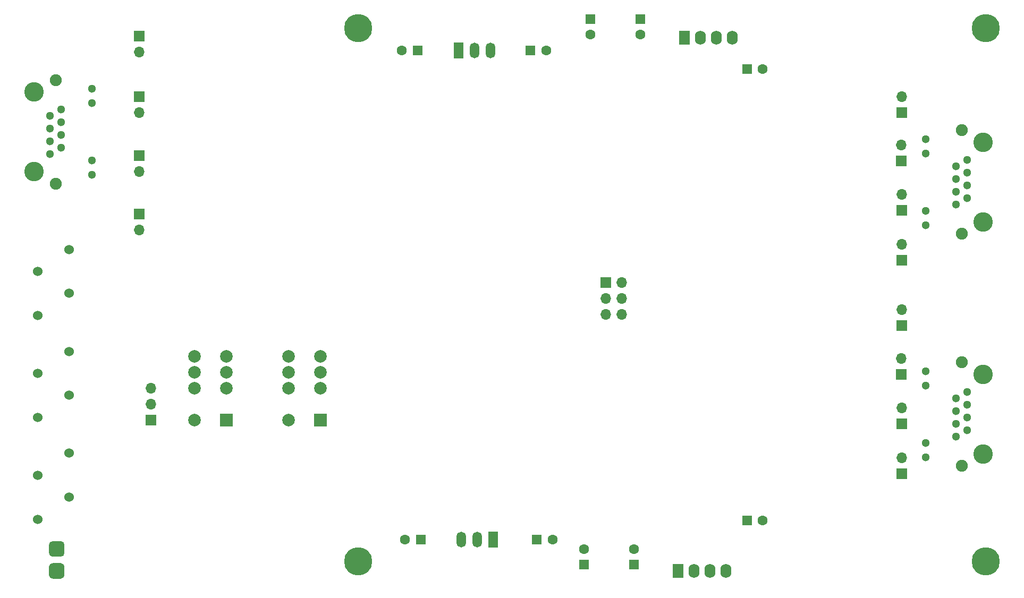
<source format=gbr>
%TF.GenerationSoftware,KiCad,Pcbnew,(5.1.9)-1*%
%TF.CreationDate,2021-05-13T14:25:42+02:00*%
%TF.ProjectId,AR2ISS_Isolator,41523249-5353-45f4-9973-6f6c61746f72,rev?*%
%TF.SameCoordinates,Original*%
%TF.FileFunction,Soldermask,Bot*%
%TF.FilePolarity,Negative*%
%FSLAX46Y46*%
G04 Gerber Fmt 4.6, Leading zero omitted, Abs format (unit mm)*
G04 Created by KiCad (PCBNEW (5.1.9)-1) date 2021-05-13 14:25:42*
%MOMM*%
%LPD*%
G01*
G04 APERTURE LIST*
%ADD10C,4.500000*%
%ADD11R,1.700000X1.700000*%
%ADD12O,1.700000X1.700000*%
%ADD13C,3.100000*%
%ADD14C,1.900000*%
%ADD15C,1.300000*%
%ADD16C,1.524000*%
%ADD17C,1.600000*%
%ADD18R,1.600000X1.600000*%
%ADD19C,1.500000*%
%ADD20C,2.000000*%
%ADD21R,2.000000X2.000000*%
%ADD22R,1.750000X2.250000*%
%ADD23O,1.750000X2.250000*%
%ADD24O,1.500000X2.500000*%
%ADD25R,1.500000X2.500000*%
G04 APERTURE END LIST*
D10*
X206000000Y-57500000D03*
X106000000Y-57500000D03*
X206000000Y-142500000D03*
X106000000Y-142500000D03*
D11*
X192610000Y-70930000D03*
D12*
X192610000Y-68390000D03*
D13*
X205600000Y-88350000D03*
X205600000Y-75650000D03*
D14*
X202170000Y-90250000D03*
X202170000Y-73750000D03*
D15*
X203060000Y-78430000D03*
X201280000Y-79450000D03*
X203060000Y-80470000D03*
X201280000Y-81490000D03*
X203060000Y-82510000D03*
X201280000Y-83530000D03*
X203060000Y-84550000D03*
X201280000Y-85570000D03*
X196420000Y-88860000D03*
X196420000Y-86570000D03*
X196420000Y-77430000D03*
X196420000Y-75140000D03*
D12*
X71140000Y-70900000D03*
D11*
X71140000Y-68360000D03*
D12*
X71130000Y-80360000D03*
D11*
X71130000Y-77820000D03*
D12*
X71130000Y-61320000D03*
D11*
X71130000Y-58780000D03*
D12*
X71130000Y-89650000D03*
D11*
X71130000Y-87110000D03*
D12*
X192610000Y-91930000D03*
D11*
X192610000Y-94470000D03*
D12*
X192620000Y-83970000D03*
D11*
X192620000Y-86510000D03*
X192600000Y-78640000D03*
D12*
X192600000Y-76100000D03*
X192610000Y-125930000D03*
D11*
X192610000Y-128470000D03*
D12*
X192620000Y-117970000D03*
D11*
X192620000Y-120510000D03*
D12*
X192600000Y-110100000D03*
D11*
X192600000Y-112640000D03*
D12*
X192610000Y-102390000D03*
D11*
X192610000Y-104930000D03*
D16*
X55000000Y-103250001D03*
X60000000Y-99750001D03*
X55000000Y-96250000D03*
X60000000Y-92750000D03*
X55000000Y-135750001D03*
X60000000Y-132250001D03*
X55000000Y-128750000D03*
X60000000Y-125250000D03*
X55000000Y-119500004D03*
X60000000Y-116000004D03*
X55000000Y-112500003D03*
X60000000Y-109000003D03*
D17*
X142000000Y-140500000D03*
D18*
X142000000Y-143000000D03*
D17*
X150000000Y-140500000D03*
D18*
X150000000Y-143000000D03*
D17*
X170500000Y-136000000D03*
D18*
X168000000Y-136000000D03*
D17*
X151000000Y-58500000D03*
D18*
X151000000Y-56000000D03*
D17*
X143000000Y-58500000D03*
D18*
X143000000Y-56000000D03*
D17*
X170500000Y-64000000D03*
D18*
X168000000Y-64000000D03*
D17*
X137000000Y-139000000D03*
D18*
X134500000Y-139000000D03*
D17*
X113500000Y-139000000D03*
D18*
X116000000Y-139000000D03*
D17*
X113000000Y-61000000D03*
D18*
X115500000Y-61000000D03*
D17*
X136000000Y-61000000D03*
D18*
X133500000Y-61000000D03*
G36*
G01*
X57375000Y-142750000D02*
X58625000Y-142750000D01*
G75*
G02*
X59250000Y-143375000I0J-625000D01*
G01*
X59250000Y-144625000D01*
G75*
G02*
X58625000Y-145250000I-625000J0D01*
G01*
X57375000Y-145250000D01*
G75*
G02*
X56750000Y-144625000I0J625000D01*
G01*
X56750000Y-143375000D01*
G75*
G02*
X57375000Y-142750000I625000J0D01*
G01*
G37*
G36*
G01*
X57375000Y-139250000D02*
X58625000Y-139250000D01*
G75*
G02*
X59250000Y-139875000I0J-625000D01*
G01*
X59250000Y-141125000D01*
G75*
G02*
X58625000Y-141750000I-625000J0D01*
G01*
X57375000Y-141750000D01*
G75*
G02*
X56750000Y-141125000I0J625000D01*
G01*
X56750000Y-139875000D01*
G75*
G02*
X57375000Y-139250000I625000J0D01*
G01*
G37*
D19*
X58000000Y-140500000D03*
X58000000Y-144000000D03*
D12*
X148000000Y-103080000D03*
X145460000Y-103080000D03*
X148000000Y-100540000D03*
X145460000Y-100540000D03*
X148000000Y-98000000D03*
D11*
X145460000Y-98000000D03*
D13*
X205600000Y-125350000D03*
X205600000Y-112650000D03*
D14*
X202170000Y-127250000D03*
X202170000Y-110750000D03*
D15*
X203060000Y-115430000D03*
X201280000Y-116450000D03*
X203060000Y-117470000D03*
X201280000Y-118490000D03*
X203060000Y-119510000D03*
X201280000Y-120530000D03*
X203060000Y-121550000D03*
X201280000Y-122570000D03*
X196420000Y-125860000D03*
X196420000Y-123570000D03*
X196420000Y-114430000D03*
X196420000Y-112140000D03*
D13*
X54400000Y-67650000D03*
X54400000Y-80350000D03*
D14*
X57830000Y-65750000D03*
X57830000Y-82250000D03*
D15*
X56940000Y-77570000D03*
X58720000Y-76550000D03*
X56940000Y-75530000D03*
X58720000Y-74510000D03*
X56940000Y-73490000D03*
X58720000Y-72470000D03*
X56940000Y-71450000D03*
X58720000Y-70430000D03*
X63580000Y-67140000D03*
X63580000Y-69430000D03*
X63580000Y-78570000D03*
X63580000Y-80860000D03*
D20*
X100000000Y-109840000D03*
X94920000Y-109840000D03*
X100000000Y-114920000D03*
D21*
X100000000Y-120000000D03*
D20*
X94920000Y-114920000D03*
X94920000Y-120000000D03*
X100000000Y-112380000D03*
X94920000Y-112380000D03*
X85000000Y-109840000D03*
X79920000Y-109840000D03*
X85000000Y-114920000D03*
D21*
X85000000Y-120000000D03*
D20*
X79920000Y-114920000D03*
X79920000Y-120000000D03*
X85000000Y-112380000D03*
X79920000Y-112380000D03*
D22*
X157000000Y-144000000D03*
D23*
X159540000Y-144000000D03*
X162080000Y-144000000D03*
X164620000Y-144000000D03*
D22*
X158000000Y-59000000D03*
D23*
X160540000Y-59000000D03*
X163080000Y-59000000D03*
X165620000Y-59000000D03*
D12*
X73000000Y-114920000D03*
X73000000Y-117460000D03*
D11*
X73000000Y-120000000D03*
D24*
X122420000Y-139000000D03*
X124960000Y-139000000D03*
D25*
X127500000Y-139000000D03*
D24*
X127080000Y-61000000D03*
X124540000Y-61000000D03*
D25*
X122000000Y-61000000D03*
M02*

</source>
